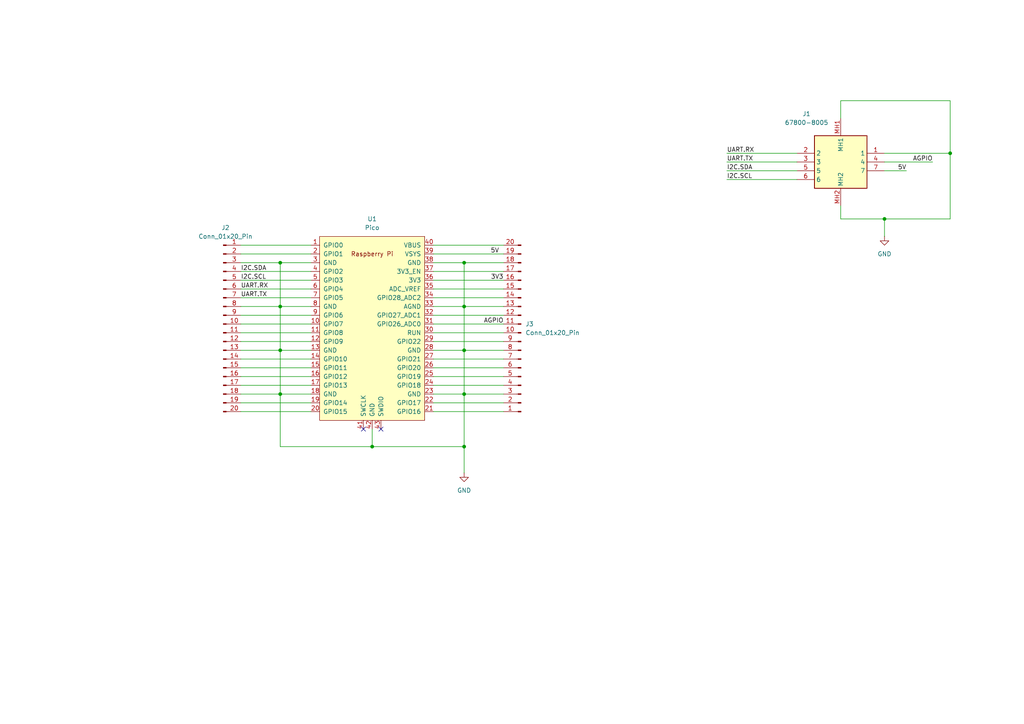
<source format=kicad_sch>
(kicad_sch (version 20231120) (generator "eeschema") (generator_version "8.0")
  (paper "A4")
  (title_block (title "Sata Breakout Schematic") (date "2024-10-21") (rev "1.0 A") (company "OpenMower Sata Breakout"))
  (lib_symbols
    (symbol "Connector:Conn_01x20_Pin" (pin_names (offset 1.016) hide)
      (property "Reference" "J" (at 0 25.4 0))
      (property "Value" "Conn_01x20_Pin" (at 0 -27.94 0))
      (symbol "Conn_01x20_Pin_1_1"
        (polyline (pts (xy 1.27 -25.4) (xy 0.8636 -25.4)) (stroke (width 0.1524)))
        (polyline (pts (xy 1.27 -22.86) (xy 0.8636 -22.86)) (stroke (width 0.1524)))
        (polyline (pts (xy 1.27 -20.32) (xy 0.8636 -20.32)) (stroke (width 0.1524)))
        (polyline (pts (xy 1.27 -17.78) (xy 0.8636 -17.78)) (stroke (width 0.1524)))
        (polyline (pts (xy 1.27 -15.24) (xy 0.8636 -15.24)) (stroke (width 0.1524)))
        (polyline (pts (xy 1.27 -12.7) (xy 0.8636 -12.7)) (stroke (width 0.1524)))
        (polyline (pts (xy 1.27 -10.16) (xy 0.8636 -10.16)) (stroke (width 0.1524)))
        (polyline (pts (xy 1.27 -7.62) (xy 0.8636 -7.62)) (stroke (width 0.1524)))
        (polyline (pts (xy 1.27 -5.08) (xy 0.8636 -5.08)) (stroke (width 0.1524)))
        (polyline (pts (xy 1.27 -2.54) (xy 0.8636 -2.54)) (stroke (width 0.1524)))
        (polyline (pts (xy 1.27 0) (xy 0.8636 0)) (stroke (width 0.1524)))
        (polyline (pts (xy 1.27 2.54) (xy 0.8636 2.54)) (stroke (width 0.1524)))
        (polyline (pts (xy 1.27 5.08) (xy 0.8636 5.08)) (stroke (width 0.1524)))
        (polyline (pts (xy 1.27 7.62) (xy 0.8636 7.62)) (stroke (width 0.1524)))
        (polyline (pts (xy 1.27 10.16) (xy 0.8636 10.16)) (stroke (width 0.1524)))
        (polyline (pts (xy 1.27 12.7) (xy 0.8636 12.7)) (stroke (width 0.1524)))
        (polyline (pts (xy 1.27 15.24) (xy 0.8636 15.24)) (stroke (width 0.1524)))
        (polyline (pts (xy 1.27 17.78) (xy 0.8636 17.78)) (stroke (width 0.1524)))
        (polyline (pts (xy 1.27 20.32) (xy 0.8636 20.32)) (stroke (width 0.1524)))
        (polyline (pts (xy 1.27 22.86) (xy 0.8636 22.86)) (stroke (width 0.1524)))
        (rectangle (start 0.8636 -25.273) (end 0 -25.527) (stroke (width 0.1524)) (fill (type outline)))
        (rectangle (start 0.8636 -22.733) (end 0 -22.987) (stroke (width 0.1524)) (fill (type outline)))
        (rectangle (start 0.8636 -20.193) (end 0 -20.447) (stroke (width 0.1524)) (fill (type outline)))
        (rectangle (start 0.8636 -17.653) (end 0 -17.907) (stroke (width 0.1524)) (fill (type outline)))
        (rectangle (start 0.8636 -15.113) (end 0 -15.367) (stroke (width 0.1524)) (fill (type outline)))
        (rectangle (start 0.8636 -12.573) (end 0 -12.827) (stroke (width 0.1524)) (fill (type outline)))
        (rectangle (start 0.8636 -10.033) (end 0 -10.287) (stroke (width 0.1524)) (fill (type outline)))
        (rectangle (start 0.8636 -7.493) (end 0 -7.747) (stroke (width 0.1524)) (fill (type outline)))
        (rectangle (start 0.8636 -4.953) (end 0 -5.207) (stroke (width 0.1524)) (fill (type outline)))
        (rectangle (start 0.8636 -2.413) (end 0 -2.667) (stroke (width 0.1524)) (fill (type outline)))
        (rectangle (start 0.8636 0.127) (end 0 -0.127) (stroke (width 0.1524)) (fill (type outline)))
        (rectangle (start 0.8636 2.667) (end 0 2.413) (stroke (width 0.1524)) (fill (type outline)))
        (rectangle (start 0.8636 5.207) (end 0 4.953) (stroke (width 0.1524)) (fill (type outline)))
        (rectangle (start 0.8636 7.747) (end 0 7.493) (stroke (width 0.1524)) (fill (type outline)))
        (rectangle (start 0.8636 10.287) (end 0 10.033) (stroke (width 0.1524)) (fill (type outline)))
        (rectangle (start 0.8636 12.827) (end 0 12.573) (stroke (width 0.1524)) (fill (type outline)))
        (rectangle (start 0.8636 15.367) (end 0 15.113) (stroke (width 0.1524)) (fill (type outline)))
        (rectangle (start 0.8636 17.907) (end 0 17.653) (stroke (width 0.1524)) (fill (type outline)))
        (rectangle (start 0.8636 20.447) (end 0 20.193) (stroke (width 0.1524)) (fill (type outline)))
        (rectangle (start 0.8636 22.987) (end 0 22.733) (stroke (width 0.1524)) (fill (type outline)))
        (pin passive line (at 5.08 22.86 180) (length 3.81) (name "Pin_1") (number "1"))
        (pin passive line (at 5.08 0 180) (length 3.81) (name "Pin_10") (number "10"))
        (pin passive line (at 5.08 -2.54 180) (length 3.81) (name "Pin_11") (number "11"))
        (pin passive line (at 5.08 -5.08 180) (length 3.81) (name "Pin_12") (number "12"))
        (pin passive line (at 5.08 -7.62 180) (length 3.81) (name "Pin_13") (number "13"))
        (pin passive line (at 5.08 -10.16 180) (length 3.81) (name "Pin_14") (number "14"))
        (pin passive line (at 5.08 -12.7 180) (length 3.81) (name "Pin_15") (number "15"))
        (pin passive line (at 5.08 -15.24 180) (length 3.81) (name "Pin_16") (number "16"))
        (pin passive line (at 5.08 -17.78 180) (length 3.81) (name "Pin_17") (number "17"))
        (pin passive line (at 5.08 -20.32 180) (length 3.81) (name "Pin_18") (number "18"))
        (pin passive line (at 5.08 -22.86 180) (length 3.81) (name "Pin_19") (number "19"))
        (pin passive line (at 5.08 20.32 180) (length 3.81) (name "Pin_2") (number "2"))
        (pin passive line (at 5.08 -25.4 180) (length 3.81) (name "Pin_20") (number "20"))
        (pin passive line (at 5.08 17.78 180) (length 3.81) (name "Pin_3") (number "3"))
        (pin passive line (at 5.08 15.24 180) (length 3.81) (name "Pin_4") (number "4"))
        (pin passive line (at 5.08 12.7 180) (length 3.81) (name "Pin_5") (number "5"))
        (pin passive line (at 5.08 10.16 180) (length 3.81) (name "Pin_6") (number "6"))
        (pin passive line (at 5.08 7.62 180) (length 3.81) (name "Pin_7") (number "7"))
        (pin passive line (at 5.08 5.08 180) (length 3.81) (name "Pin_8") (number "8"))
        (pin passive line (at 5.08 2.54 180) (length 3.81) (name "Pin_9") (number "9"))
      )
    )
    (symbol "RPi_Pico:Pico" (pin_names (offset 1.016))
      (property "Reference" "U" (at -13.97 27.94 0))
      (property "Value" "Pico" (at 0 19.05 0))
      (symbol "Pico_0_0"
        (text "Raspberry Pi" (at 0 21.59 0) (effects (font (size 1.27 1.27))))
      )
      (symbol "Pico_0_1"
        (rectangle (start -15.24 26.67) (end 15.24 -26.67) (fill (type background)))
      )
      (symbol "Pico_1_1"
        (pin bidirectional line (at -17.78 24.13 0) (length 2.54) (name "GPIO0") (number "1"))
        (pin bidirectional line (at -17.78 1.27 0) (length 2.54) (name "GPIO7") (number "10"))
        (pin bidirectional line (at -17.78 -1.27 0) (length 2.54) (name "GPIO8") (number "11"))
        (pin bidirectional line (at -17.78 -3.81 0) (length 2.54) (name "GPIO9") (number "12"))
        (pin power_in line (at -17.78 -6.35 0) (length 2.54) (name "GND") (number "13"))
        (pin bidirectional line (at -17.78 -8.89 0) (length 2.54) (name "GPIO10") (number "14"))
        (pin bidirectional line (at -17.78 -11.43 0) (length 2.54) (name "GPIO11") (number "15"))
        (pin bidirectional line (at -17.78 -13.97 0) (length 2.54) (name "GPIO12") (number "16"))
        (pin bidirectional line (at -17.78 -16.51 0) (length 2.54) (name "GPIO13") (number "17"))
        (pin power_in line (at -17.78 -19.05 0) (length 2.54) (name "GND") (number "18"))
        (pin bidirectional line (at -17.78 -21.59 0) (length 2.54) (name "GPIO14") (number "19"))
        (pin bidirectional line (at -17.78 21.59 0) (length 2.54) (name "GPIO1") (number "2"))
        (pin bidirectional line (at -17.78 -24.13 0) (length 2.54) (name "GPIO15") (number "20"))
        (pin bidirectional line (at 17.78 -24.13 180) (length 2.54) (name "GPIO16") (number "21"))
        (pin bidirectional line (at 17.78 -21.59 180) (length 2.54) (name "GPIO17") (number "22"))
        (pin power_in line (at 17.78 -19.05 180) (length 2.54) (name "GND") (number "23"))
        (pin bidirectional line (at 17.78 -16.51 180) (length 2.54) (name "GPIO18") (number "24"))
        (pin bidirectional line (at 17.78 -13.97 180) (length 2.54) (name "GPIO19") (number "25"))
        (pin bidirectional line (at 17.78 -11.43 180) (length 2.54) (name "GPIO20") (number "26"))
        (pin bidirectional line (at 17.78 -8.89 180) (length 2.54) (name "GPIO21") (number "27"))
        (pin power_in line (at 17.78 -6.35 180) (length 2.54) (name "GND") (number "28"))
        (pin bidirectional line (at 17.78 -3.81 180) (length 2.54) (name "GPIO22") (number "29"))
        (pin power_in line (at -17.78 19.05 0) (length 2.54) (name "GND") (number "3"))
        (pin input line (at 17.78 -1.27 180) (length 2.54) (name "RUN") (number "30"))
        (pin bidirectional line (at 17.78 1.27 180) (length 2.54) (name "GPIO26_ADC0") (number "31"))
        (pin bidirectional line (at 17.78 3.81 180) (length 2.54) (name "GPIO27_ADC1") (number "32"))
        (pin power_in line (at 17.78 6.35 180) (length 2.54) (name "AGND") (number "33"))
        (pin bidirectional line (at 17.78 8.89 180) (length 2.54) (name "GPIO28_ADC2") (number "34"))
        (pin unspecified line (at 17.78 11.43 180) (length 2.54) (name "ADC_VREF") (number "35"))
        (pin power_out line (at 17.78 13.97 180) (length 2.54) (name "3V3") (number "36"))
        (pin input line (at 17.78 16.51 180) (length 2.54) (name "3V3_EN") (number "37"))
        (pin bidirectional line (at 17.78 19.05 180) (length 2.54) (name "GND") (number "38"))
        (pin unspecified line (at 17.78 21.59 180) (length 2.54) (name "VSYS") (number "39"))
        (pin bidirectional line (at -17.78 16.51 0) (length 2.54) (name "GPIO2") (number "4"))
        (pin unspecified line (at 17.78 24.13 180) (length 2.54) (name "VBUS") (number "40"))
        (pin input line (at -2.54 -29.21 90) (length 2.54) (name "SWCLK") (number "41"))
        (pin power_in line (at 0 -29.21 90) (length 2.54) (name "GND") (number "42"))
        (pin bidirectional line (at 2.54 -29.21 90) (length 2.54) (name "SWDIO") (number "43"))
        (pin bidirectional line (at -17.78 13.97 0) (length 2.54) (name "GPIO3") (number "5"))
        (pin bidirectional line (at -17.78 11.43 0) (length 2.54) (name "GPIO4") (number "6"))
        (pin bidirectional line (at -17.78 8.89 0) (length 2.54) (name "GPIO5") (number "7"))
        (pin power_in line (at -17.78 6.35 0) (length 2.54) (name "GND") (number "8"))
        (pin bidirectional line (at -17.78 3.81 0) (length 2.54) (name "GPIO6") (number "9"))
      )
    )
    (symbol "SATA-Molex-67800-8005:67800-8005"
      (property "Reference" "J" (at 21.59 12.7 0))
      (property "Value" "67800-8005" (at 21.59 10.16 0))
      (symbol "67800-8005_1_1"
        (rectangle (start 5.08 7.62) (end 20.32 -7.62) (stroke (width 0.254)) (fill (type background)))
        (pin passive line (at 15.24 -12.7 90) (length 5.08) (name "1") (number "1"))
        (pin passive line (at 15.24 12.7 270) (length 5.08) (name "2") (number "2"))
        (pin passive line (at 12.7 12.7 270) (length 5.08) (name "3") (number "3"))
        (pin passive line (at 12.7 -12.7 90) (length 5.08) (name "4") (number "4"))
        (pin passive line (at 10.16 12.7 270) (length 5.08) (name "5") (number "5"))
        (pin passive line (at 7.62 12.7 270) (length 5.08) (name "6") (number "6"))
        (pin passive line (at 10.16 -12.7 90) (length 5.08) (name "7") (number "7"))
        (pin passive line (at 25.4 0 180) (length 5.08) (name "MH1") (number "MH1"))
        (pin passive line (at 0 0 0) (length 5.08) (name "MH2") (number "MH2"))
      )
    )
    (symbol "power:GND" (power) (pin_numbers hide) (pin_names (offset 0) hide)
      (property "Value" "GND" (at 0 -3.81 0))
      (symbol "GND_0_1"
        (polyline (pts (xy 0 0) (xy 0 -1.27) (xy 1.27 -1.27) (xy 0 -2.54) (xy -1.27 -1.27) (xy 0 -1.27)))
      )
      (symbol "GND_1_1"
        (pin power_in line (at 0 0 270) (length 0) (name "~") (number "1"))
      )
    )
  )
  (junction (at 81.28 101.6))
  (junction (at 134.62 88.9))
  (junction (at 275.59 44.45))
  (junction (at 81.28 76.2))
  (junction (at 134.62 76.2))
  (junction (at 81.28 114.3))
  (junction (at 256.54 63.5))
  (junction (at 81.28 88.9))
  (junction (at 134.62 101.6))
  (junction (at 134.62 114.3))
  (junction (at 134.62 129.54))
  (junction (at 107.95 129.54))
  (no_connect (at 105.41 124.46))
  (no_connect (at 110.49 124.46))
  (wire (pts (xy 134.62 101.6) (xy 134.62 114.3)))
  (wire (pts (xy 69.85 111.76) (xy 90.17 111.76)))
  (wire (pts (xy 125.73 111.76) (xy 146.05 111.76)))
  (wire (pts (xy 125.73 96.52) (xy 146.05 96.52)))
  (wire (pts (xy 256.54 46.99) (xy 270.51 46.99)))
  (wire (pts (xy 69.85 91.44) (xy 90.17 91.44)))
  (wire (pts (xy 81.28 101.6) (xy 81.28 114.3)))
  (wire (pts (xy 69.85 83.82) (xy 90.17 83.82)))
  (wire (pts (xy 243.84 63.5) (xy 243.84 59.69)))
  (wire (pts (xy 210.82 49.53) (xy 231.14 49.53)))
  (wire (pts (xy 81.28 114.3) (xy 81.28 129.54)))
  (wire (pts (xy 243.84 29.21) (xy 275.59 29.21)))
  (wire (pts (xy 256.54 63.5) (xy 243.84 63.5)))
  (wire (pts (xy 125.73 119.38) (xy 146.05 119.38)))
  (wire (pts (xy 134.62 76.2) (xy 134.62 88.9)))
  (wire (pts (xy 69.85 116.84) (xy 90.17 116.84)))
  (wire (pts (xy 69.85 71.12) (xy 90.17 71.12)))
  (wire (pts (xy 107.95 129.54) (xy 134.62 129.54)))
  (wire (pts (xy 125.73 109.22) (xy 146.05 109.22)))
  (wire (pts (xy 125.73 114.3) (xy 134.62 114.3)))
  (wire (pts (xy 69.85 78.74) (xy 90.17 78.74)))
  (wire (pts (xy 81.28 101.6) (xy 90.17 101.6)))
  (wire (pts (xy 210.82 44.45) (xy 231.14 44.45)))
  (wire (pts (xy 69.85 81.28) (xy 90.17 81.28)))
  (wire (pts (xy 69.85 106.68) (xy 90.17 106.68)))
  (wire (pts (xy 81.28 88.9) (xy 90.17 88.9)))
  (wire (pts (xy 243.84 34.29) (xy 243.84 29.21)))
  (wire (pts (xy 125.73 86.36) (xy 146.05 86.36)))
  (wire (pts (xy 134.62 114.3) (xy 146.05 114.3)))
  (wire (pts (xy 125.73 99.06) (xy 146.05 99.06)))
  (wire (pts (xy 81.28 76.2) (xy 81.28 88.9)))
  (wire (pts (xy 125.73 104.14) (xy 146.05 104.14)))
  (wire (pts (xy 125.73 101.6) (xy 134.62 101.6)))
  (wire (pts (xy 69.85 109.22) (xy 90.17 109.22)))
  (wire (pts (xy 125.73 116.84) (xy 146.05 116.84)))
  (wire (pts (xy 69.85 96.52) (xy 90.17 96.52)))
  (wire (pts (xy 125.73 78.74) (xy 146.05 78.74)))
  (wire (pts (xy 69.85 76.2) (xy 81.28 76.2)))
  (wire (pts (xy 262.89 49.53) (xy 256.54 49.53)))
  (wire (pts (xy 210.82 46.99) (xy 231.14 46.99)))
  (wire (pts (xy 210.82 52.07) (xy 231.14 52.07)))
  (wire (pts (xy 134.62 129.54) (xy 134.62 137.16)))
  (wire (pts (xy 125.73 88.9) (xy 134.62 88.9)))
  (wire (pts (xy 69.85 101.6) (xy 81.28 101.6)))
  (wire (pts (xy 125.73 83.82) (xy 146.05 83.82)))
  (wire (pts (xy 134.62 114.3) (xy 134.62 129.54)))
  (wire (pts (xy 125.73 73.66) (xy 146.05 73.66)))
  (wire (pts (xy 134.62 76.2) (xy 125.73 76.2)))
  (wire (pts (xy 125.73 81.28) (xy 146.05 81.28)))
  (wire (pts (xy 81.28 114.3) (xy 90.17 114.3)))
  (wire (pts (xy 134.62 101.6) (xy 146.05 101.6)))
  (wire (pts (xy 256.54 63.5) (xy 275.59 63.5)))
  (wire (pts (xy 107.95 124.46) (xy 107.95 129.54)))
  (wire (pts (xy 146.05 93.98) (xy 125.73 93.98)))
  (wire (pts (xy 134.62 88.9) (xy 146.05 88.9)))
  (wire (pts (xy 69.85 104.14) (xy 90.17 104.14)))
  (wire (pts (xy 69.85 99.06) (xy 90.17 99.06)))
  (wire (pts (xy 69.85 73.66) (xy 90.17 73.66)))
  (wire (pts (xy 256.54 63.5) (xy 256.54 68.58)))
  (wire (pts (xy 90.17 76.2) (xy 81.28 76.2)))
  (wire (pts (xy 69.85 114.3) (xy 81.28 114.3)))
  (wire (pts (xy 81.28 88.9) (xy 81.28 101.6)))
  (wire (pts (xy 69.85 88.9) (xy 81.28 88.9)))
  (wire (pts (xy 69.85 93.98) (xy 90.17 93.98)))
  (wire (pts (xy 275.59 29.21) (xy 275.59 44.45)))
  (wire (pts (xy 275.59 44.45) (xy 275.59 63.5)))
  (wire (pts (xy 134.62 76.2) (xy 146.05 76.2)))
  (wire (pts (xy 125.73 91.44) (xy 146.05 91.44)))
  (wire (pts (xy 69.85 119.38) (xy 90.17 119.38)))
  (wire (pts (xy 134.62 88.9) (xy 134.62 101.6)))
  (wire (pts (xy 256.54 44.45) (xy 275.59 44.45)))
  (wire (pts (xy 69.85 86.36) (xy 90.17 86.36)))
  (wire (pts (xy 125.73 71.12) (xy 146.05 71.12)))
  (wire (pts (xy 81.28 129.54) (xy 107.95 129.54)))
  (wire (pts (xy 125.73 106.68) (xy 146.05 106.68)))
  (label "AGPIO" (at 146.05 93.98 180))
  (label "UART.RX" (at 69.85 83.82 0))
  (label "3V3" (at 146.05 81.28 180))
  (label "I2C.SCL" (at 69.85 81.28 0))
  (label "I2C.SDA" (at 210.82 49.53 0))
  (label "AGPIO" (at 270.51 46.99 180))
  (label "UART.RX" (at 210.82 44.45 0))
  (label "I2C.SDA" (at 69.85 78.74 0))
  (label "I2C.SCL" (at 210.82 52.07 0))
  (label "5V" (at 262.89 49.53 180))
  (label "5V" (at 144.78 73.66 180))
  (label "UART.TX" (at 210.82 46.99 0))
  (label "UART.TX" (at 69.85 86.36 0))
  (symbol (lib_id "SATA-Molex-67800-8005:67800-8005") (at 243.84 59.69 90) (unit 1)
    (property "Reference" "J1" (at 233.934 33.02 90))
    (property "Value" "67800-8005" (at 233.934 35.56 90))
    (property "Footprint" "footprints:SATA-Molex-67800-8005" (effects (hide yes)))
    (property "Datasheet" "https://www.molex.com/pdm_docs/sd/678008002_sd.pdf" (effects (hide yes)))
    (property "Description" "I/O Connectors 7Ckt Vert Signal Hdr w/tabs locking latch" (effects (hide yes)))
    (property "Height" "8.65" (effects (hide yes)))
    (property "Mouser Part Number" "538-67800-8005" (effects (hide yes)))
    (property "Mouser Price/Stock" "https://www.mouser.co.uk/ProductDetail/Molex/67800-8005?qs=D%252By4jQJzx8LhJdDBDe0z1w%3D%3D" (effects (hide yes)))
    (property "Manufacturer_Name" "Molex" (effects (hide yes)))
    (property "Manufacturer_Part_Number" "67800-8005" (effects (hide yes)))
    (property "JLC" "C7500843" (effects (hide yes)))
  )
  (symbol (lib_id "RPi_Pico:Pico") (at 107.95 95.25 0) (unit 1)
    (property "Reference" "U1" (at 107.95 63.5 0))
    (property "Value" "Pico" (at 107.95 66.04 0))
    (property "Footprint" "footprints:RPi_Pico_SMD_TH" (effects (hide yes)))
  )
  (symbol (lib_id "Connector:Conn_01x20_Pin") (at 64.77 93.98 0) (unit 1)
    (property "Reference" "J2" (at 65.405 66.04 0))
    (property "Value" "Conn_01x20_Pin" (at 65.405 68.58 0))
    (property "Footprint" "Connector_PinHeader_2.54mm:PinHeader_1x20_P2.54mm_Vertical" (effects (hide yes)))
    (property "Description" "Generic connector, single row, 01x20, script generated" (effects (hide yes)))
  )
  (symbol (lib_id "Connector:Conn_01x20_Pin") (at 151.13 96.52 180) (unit 1)
    (property "Reference" "J3" (at 152.4 93.9799 0) (effects (justify right)))
    (property "Value" "Conn_01x20_Pin" (at 152.4 96.5199 0) (effects (justify right)))
    (property "Footprint" "Connector_PinHeader_2.54mm:PinHeader_1x20_P2.54mm_Vertical" (effects (hide yes)))
    (property "Description" "Generic connector, single row, 01x20, script generated" (effects (hide yes)))
  )
  (symbol (lib_id "power:GND") (at 256.54 68.58 0) (unit 1)
    (property "Reference" "#PWR02" (effects (hide yes)))
    (property "Value" "GND" (at 256.54 73.66 0))
    (property "Description" "Power symbol creates a global label with name \"GND\" , ground" (effects (hide yes)))
  )
  (symbol (lib_id "power:GND") (at 134.62 137.16 0) (unit 1)
    (property "Reference" "#PWR04" (effects (hide yes)))
    (property "Value" "GND" (at 134.62 142.24 0))
    (property "Description" "Power symbol creates a global label with name \"GND\" , ground" (effects (hide yes)))
  )
)
</source>
